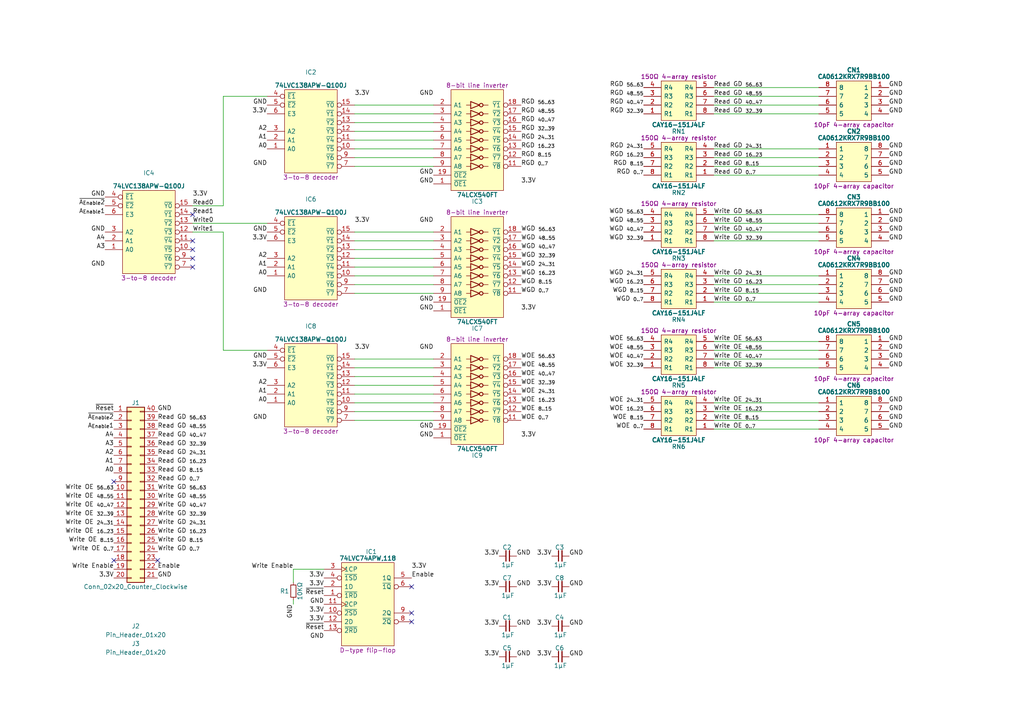
<source format=kicad_sch>
(kicad_sch (version 20231120) (generator "eeschema") (generator_version "8.0")
  (paper "A4")
  (title_block (title "GPIO Address Decode") (date "2025-04-25") (rev "V1"))
  (lib_symbols
    (symbol "Bourns:CAY16-151J4LF" (pin_names (offset 0.762))
      (property "Reference" "RN" (at 10.16 5.08 0))
      (property "Value" "CAY16-151J4LF" (at 10.16 3.175 0))
      (property "Description" "150Ω 4-array resistor" (at 10.16 -10.795 0))
      (symbol "CAY16-151J4LF_0_0"
        (pin passive line (at 0 0 0) (length 5.08) (name "R1") (number "1"))
        (pin passive line (at 0 -2.54 0) (length 5.08) (name "R2") (number "2"))
        (pin passive line (at 0 -5.08 0) (length 5.08) (name "R3") (number "3"))
        (pin passive line (at 0 -7.62 0) (length 5.08) (name "R4") (number "4"))
        (pin passive line (at 20.32 -7.62 180) (length 5.08) (name "R4") (number "5"))
        (pin passive line (at 20.32 -5.08 180) (length 5.08) (name "R3") (number "6"))
        (pin passive line (at 20.32 -2.54 180) (length 5.08) (name "R2") (number "7"))
        (pin passive line (at 20.32 0 180) (length 5.08) (name "R1") (number "8"))
      )
      (symbol "CAY16-151J4LF_0_1"
        (polyline (pts (xy 5.08 1.905) (xy 15.24 1.905) (xy 15.24 -9.525) (xy 5.08 -9.525) (xy 5.08 1.905)) (stroke (width 0.1524)) (fill (type background)))
      )
    )
    (symbol "Connector_Generic:Conn_02x20_Counter_Clockwise" (pin_names (offset 1.016) hide)
      (property "Reference" "J" (at 1.27 25.4 0))
      (property "Value" "Conn_02x20_Counter_Clockwise" (at 1.27 -27.94 0))
      (symbol "Conn_02x20_Counter_Clockwise_1_1"
        (rectangle (start -1.27 -25.273) (end 0 -25.527) (stroke (width 0.1524)))
        (rectangle (start -1.27 -22.733) (end 0 -22.987) (stroke (width 0.1524)))
        (rectangle (start -1.27 -20.193) (end 0 -20.447) (stroke (width 0.1524)))
        (rectangle (start -1.27 -17.653) (end 0 -17.907) (stroke (width 0.1524)))
        (rectangle (start -1.27 -15.113) (end 0 -15.367) (stroke (width 0.1524)))
        (rectangle (start -1.27 -12.573) (end 0 -12.827) (stroke (width 0.1524)))
        (rectangle (start -1.27 -10.033) (end 0 -10.287) (stroke (width 0.1524)))
        (rectangle (start -1.27 -7.493) (end 0 -7.747) (stroke (width 0.1524)))
        (rectangle (start -1.27 -4.953) (end 0 -5.207) (stroke (width 0.1524)))
        (rectangle (start -1.27 -2.413) (end 0 -2.667) (stroke (width 0.1524)))
        (rectangle (start -1.27 0.127) (end 0 -0.127) (stroke (width 0.1524)))
        (rectangle (start -1.27 2.667) (end 0 2.413) (stroke (width 0.1524)))
        (rectangle (start -1.27 5.207) (end 0 4.953) (stroke (width 0.1524)))
        (rectangle (start -1.27 7.747) (end 0 7.493) (stroke (width 0.1524)))
        (rectangle (start -1.27 10.287) (end 0 10.033) (stroke (width 0.1524)))
        (rectangle (start -1.27 12.827) (end 0 12.573) (stroke (width 0.1524)))
        (rectangle (start -1.27 15.367) (end 0 15.113) (stroke (width 0.1524)))
        (rectangle (start -1.27 17.907) (end 0 17.653) (stroke (width 0.1524)))
        (rectangle (start -1.27 20.447) (end 0 20.193) (stroke (width 0.1524)))
        (rectangle (start -1.27 22.987) (end 0 22.733) (stroke (width 0.1524)))
        (rectangle (start -1.27 24.13) (end 3.81 -26.67) (stroke (width 0.254)) (fill (type background)))
        (rectangle (start 3.81 -25.273) (end 2.54 -25.527) (stroke (width 0.1524)))
        (rectangle (start 3.81 -22.733) (end 2.54 -22.987) (stroke (width 0.1524)))
        (rectangle (start 3.81 -20.193) (end 2.54 -20.447) (stroke (width 0.1524)))
        (rectangle (start 3.81 -17.653) (end 2.54 -17.907) (stroke (width 0.1524)))
        (rectangle (start 3.81 -15.113) (end 2.54 -15.367) (stroke (width 0.1524)))
        (rectangle (start 3.81 -12.573) (end 2.54 -12.827) (stroke (width 0.1524)))
        (rectangle (start 3.81 -10.033) (end 2.54 -10.287) (stroke (width 0.1524)))
        (rectangle (start 3.81 -7.493) (end 2.54 -7.747) (stroke (width 0.1524)))
        (rectangle (start 3.81 -4.953) (end 2.54 -5.207) (stroke (width 0.1524)))
        (rectangle (start 3.81 -2.413) (end 2.54 -2.667) (stroke (width 0.1524)))
        (rectangle (start 3.81 0.127) (end 2.54 -0.127) (stroke (width 0.1524)))
        (rectangle (start 3.81 2.667) (end 2.54 2.413) (stroke (width 0.1524)))
        (rectangle (start 3.81 5.207) (end 2.54 4.953) (stroke (width 0.1524)))
        (rectangle (start 3.81 7.747) (end 2.54 7.493) (stroke (width 0.1524)))
        (rectangle (start 3.81 10.287) (end 2.54 10.033) (stroke (width 0.1524)))
        (rectangle (start 3.81 12.827) (end 2.54 12.573) (stroke (width 0.1524)))
        (rectangle (start 3.81 15.367) (end 2.54 15.113) (stroke (width 0.1524)))
        (rectangle (start 3.81 17.907) (end 2.54 17.653) (stroke (width 0.1524)))
        (rectangle (start 3.81 20.447) (end 2.54 20.193) (stroke (width 0.1524)))
        (rectangle (start 3.81 22.987) (end 2.54 22.733) (stroke (width 0.1524)))
        (pin passive line (at -5.08 22.86 0) (length 3.81) (name "Pin_1") (number "1"))
        (pin passive line (at -5.08 0 0) (length 3.81) (name "Pin_10") (number "10"))
        (pin passive line (at -5.08 -2.54 0) (length 3.81) (name "Pin_11") (number "11"))
        (pin passive line (at -5.08 -5.08 0) (length 3.81) (name "Pin_12") (number "12"))
        (pin passive line (at -5.08 -7.62 0) (length 3.81) (name "Pin_13") (number "13"))
        (pin passive line (at -5.08 -10.16 0) (length 3.81) (name "Pin_14") (number "14"))
        (pin passive line (at -5.08 -12.7 0) (length 3.81) (name "Pin_15") (number "15"))
        (pin passive line (at -5.08 -15.24 0) (length 3.81) (name "Pin_16") (number "16"))
        (pin passive line (at -5.08 -17.78 0) (length 3.81) (name "Pin_17") (number "17"))
        (pin passive line (at -5.08 -20.32 0) (length 3.81) (name "Pin_18") (number "18"))
        (pin passive line (at -5.08 -22.86 0) (length 3.81) (name "Pin_19") (number "19"))
        (pin passive line (at -5.08 20.32 0) (length 3.81) (name "Pin_2") (number "2"))
        (pin passive line (at -5.08 -25.4 0) (length 3.81) (name "Pin_20") (number "20"))
        (pin passive line (at 7.62 -25.4 180) (length 3.81) (name "Pin_21") (number "21"))
        (pin passive line (at 7.62 -22.86 180) (length 3.81) (name "Pin_22") (number "22"))
        (pin passive line (at 7.62 -20.32 180) (length 3.81) (name "Pin_23") (number "23"))
        (pin passive line (at 7.62 -17.78 180) (length 3.81) (name "Pin_24") (number "24"))
        (pin passive line (at 7.62 -15.24 180) (length 3.81) (name "Pin_25") (number "25"))
        (pin passive line (at 7.62 -12.7 180) (length 3.81) (name "Pin_26") (number "26"))
        (pin passive line (at 7.62 -10.16 180) (length 3.81) (name "Pin_27") (number "27"))
        (pin passive line (at 7.62 -7.62 180) (length 3.81) (name "Pin_28") (number "28"))
        (pin passive line (at 7.62 -5.08 180) (length 3.81) (name "Pin_29") (number "29"))
        (pin passive line (at -5.08 17.78 0) (length 3.81) (name "Pin_3") (number "3"))
        (pin passive line (at 7.62 -2.54 180) (length 3.81) (name "Pin_30") (number "30"))
        (pin passive line (at 7.62 0 180) (length 3.81) (name "Pin_31") (number "31"))
        (pin passive line (at 7.62 2.54 180) (length 3.81) (name "Pin_32") (number "32"))
        (pin passive line (at 7.62 5.08 180) (length 3.81) (name "Pin_33") (number "33"))
        (pin passive line (at 7.62 7.62 180) (length 3.81) (name "Pin_34") (number "34"))
        (pin passive line (at 7.62 10.16 180) (length 3.81) (name "Pin_35") (number "35"))
        (pin passive line (at 7.62 12.7 180) (length 3.81) (name "Pin_36") (number "36"))
        (pin passive line (at 7.62 15.24 180) (length 3.81) (name "Pin_37") (number "37"))
        (pin passive line (at 7.62 17.78 180) (length 3.81) (name "Pin_38") (number "38"))
        (pin passive line (at 7.62 20.32 180) (length 3.81) (name "Pin_39") (number "39"))
        (pin passive line (at -5.08 15.24 0) (length 3.81) (name "Pin_4") (number "4"))
        (pin passive line (at 7.62 22.86 180) (length 3.81) (name "Pin_40") (number "40"))
        (pin passive line (at -5.08 12.7 0) (length 3.81) (name "Pin_5") (number "5"))
        (pin passive line (at -5.08 10.16 0) (length 3.81) (name "Pin_6") (number "6"))
        (pin passive line (at -5.08 7.62 0) (length 3.81) (name "Pin_7") (number "7"))
        (pin passive line (at -5.08 5.08 0) (length 3.81) (name "Pin_8") (number "8"))
        (pin passive line (at -5.08 2.54 0) (length 3.81) (name "Pin_9") (number "9"))
      )
    )
    (symbol "HCP65:C_0805" (pin_numbers hide) (pin_names (offset 0.254) hide)
      (property "Reference" "C" (at 2.286 2.54 0))
      (property "Value" "?μF" (at 2.54 -2.54 0))
      (symbol "C_0805_0_1"
        (polyline (pts (xy 1.9685 -1.4605) (xy 1.9685 1.5875)) (stroke (width 0.3048)))
        (polyline (pts (xy 2.9845 -1.4605) (xy 2.9845 1.5875)) (stroke (width 0.3302)))
      )
      (symbol "C_0805_1_1"
        (pin passive line (at 0 0 0) (length 2.032) (name "~") (number "1"))
        (pin passive line (at 5.08 0 180) (length 2.032) (name "~") (number "2"))
      )
    )
    (symbol "HCP65:Pin_Header_01x32" (pin_names (offset 1.016) hide)
      (property "Reference" "J" (at 0 1.27 0))
      (property "Value" "Pin_Header_01x32" (at 0 -1.27 0))
    )
    (symbol "HCP65:R_0805" (pin_numbers hide) (pin_names hide)
      (property "Reference" "R" (at 2.54 1.778 0))
      (property "Value" "?Ω" (at 2.54 -1.905 0))
      (symbol "R_0805_0_1"
        (rectangle (start 0.762 0.762) (end 4.318 -0.762) (stroke (width 0.2032)))
      )
      (symbol "R_0805_1_1"
        (pin passive line (at 0 0 0) (length 0.72) (name "~") (number "1"))
        (pin passive line (at 5.08 0 180) (length 0.72) (name "~") (number "2"))
      )
    )
    (symbol "Nexperia:74LVC138APW-Q100J" (pin_names (offset 0.762))
      (property "Reference" "IC" (at 12.7 3.175 0))
      (property "Value" "74LVC138APW-Q100J" (at 12.7 1.27 0))
      (property "Description" "3-to-8 decoder" (at 12.7 -25.4 0))
      (symbol "74LVC138APW-Q100J_0_0"
        (pin input line (at 0 -17.145 0) (length 5.08) (name "A0") (number "1"))
        (pin output inverted (at 25.4 -17.145 180) (length 5.08) (name "~{Y5}") (number "10"))
        (pin output inverted (at 25.4 -14.605 180) (length 5.08) (name "~{Y4}") (number "11"))
        (pin output inverted (at 25.4 -12.065 180) (length 5.08) (name "~{Y3}") (number "12"))
        (pin output inverted (at 25.4 -9.525 180) (length 5.08) (name "~{Y2}") (number "13"))
        (pin output inverted (at 25.4 -6.985 180) (length 5.08) (name "~{Y1}") (number "14"))
        (pin output inverted (at 25.4 -4.445 180) (length 5.08) (name "~{Y0}") (number "15"))
        (pin passive line (at 25.4 -1.905 180) (length 5.08) hide (name "3V") (number "16"))
        (pin input line (at 0 -14.605 0) (length 5.08) (name "A1") (number "2"))
        (pin input line (at 0 -12.065 0) (length 5.08) (name "A2") (number "3"))
        (pin input line (at 0 -6.985 0) (length 5.08) (name "E3") (number "6"))
        (pin output inverted (at 25.4 -22.225 180) (length 5.08) (name "~{Y7}") (number "7"))
        (pin passive line (at 0 -22.225 0) (length 5.08) hide (name "GND") (number "8"))
        (pin output inverted (at 25.4 -19.685 180) (length 5.08) (name "~{Y6}") (number "9"))
      )
      (symbol "74LVC138APW-Q100J_0_1"
        (polyline (pts (xy 5.08 0) (xy 20.32 0) (xy 20.32 -24.13) (xy 5.08 -24.13) (xy 5.08 0)) (stroke (width 0.1524)) (fill (type background)))
      )
      (symbol "74LVC138APW-Q100J_1_0"
        (pin input inverted (at 0 -1.905 0) (length 5.08) (name "~{E1}") (number "4"))
        (pin input inverted (at 0 -4.445 0) (length 5.08) (name "~{E2}") (number "5"))
      )
    )
    (symbol "Nexperia:74LVC74APW,118" (pin_names (offset 0.762))
      (property "Reference" "IC" (at 12.065 5.08 0))
      (property "Value" "74LVC74APW,118" (at 12.7 3.175 0))
      (property "Description" "D-type flip-flop" (at 12.7 -23.495 0))
      (symbol "74LVC74APW,118_0_0"
        (pin input inverted (at 0 -7.62 0) (length 5.08) (name "~{1RD}") (number "1"))
        (pin input inverted (at 0 -12.7 0) (length 5.08) (name "~{2SD}") (number "10"))
        (pin input clock (at 0 -10.16 0) (length 5.08) (name "2CP") (number "11"))
        (pin input line (at 0 -15.24 0) (length 5.08) (name "2D") (number "12"))
        (pin input inverted (at 0 -17.78 0) (length 5.08) (name "~{2RD}") (number "13"))
        (pin passive line (at 25.4 0 180) (length 5.08) hide (name "3V") (number "14"))
        (pin input line (at 0 -5.08 0) (length 5.08) (name "1D") (number "2"))
        (pin input clock (at 0 0 0) (length 5.08) (name "1CP") (number "3"))
        (pin input inverted (at 0 -2.54 0) (length 5.08) (name "~{1SD}") (number "4"))
        (pin output line (at 25.4 -2.54 180) (length 5.08) (name "1Q") (number "5"))
        (pin output inverted (at 25.4 -5.08 180) (length 5.08) (name "~{1Q}") (number "6"))
        (pin passive line (at 0 -20.32 0) (length 5.08) hide (name "GND") (number "7"))
        (pin output inverted (at 25.4 -15.24 180) (length 5.08) (name "~{2Q}") (number "8"))
        (pin output line (at 25.4 -12.7 180) (length 5.08) (name "2Q") (number "9"))
      )
      (symbol "74LVC74APW,118_0_1"
        (polyline (pts (xy 5.08 1.905) (xy 20.32 1.905) (xy 20.32 -22.225) (xy 5.08 -22.225) (xy 5.08 1.905)) (stroke (width 0.1524)) (fill (type background)))
      )
    )
    (symbol "Toshiba:74LCX540FT" (pin_names (offset 0.762))
      (property "Reference" "IC" (at 12.7 5.08 0))
      (property "Value" "74LCX540FT" (at 12.7 3.175 0))
      (property "Description" "8-bit line inverter" (at 12.7 -28.575 0))
      (symbol "74LCX540FT_0_0"
        (pin input line (at 0 0 0) (length 5.08) (name "~{OE1}") (number "1"))
        (pin passive line (at 0 -25.4 0) (length 5.08) hide (name "GND") (number "10"))
        (pin output inverted (at 25.4 -5.08 180) (length 5.08) (name "~{Y8}") (number "11"))
        (pin output inverted (at 25.4 -7.62 180) (length 5.08) (name "~{Y7}") (number "12"))
        (pin output inverted (at 25.4 -10.16 180) (length 5.08) (name "~{Y6}") (number "13"))
        (pin output inverted (at 25.4 -12.7 180) (length 5.08) (name "~{Y5}") (number "14"))
        (pin output inverted (at 25.4 -15.24 180) (length 5.08) (name "~{Y4}") (number "15"))
        (pin output inverted (at 25.4 -17.78 180) (length 5.08) (name "~{Y3}") (number "16"))
        (pin output inverted (at 25.4 -20.32 180) (length 5.08) (name "~{Y2}") (number "17"))
        (pin output inverted (at 25.4 -22.86 180) (length 5.08) (name "~{Y1}") (number "18"))
        (pin input line (at 0 -2.54 0) (length 5.08) (name "~{OE2}") (number "19"))
        (pin input line (at 0 -22.86 0) (length 5.08) (name "A1") (number "2"))
        (pin passive line (at 25.4 0 180) (length 5.08) hide (name "3V") (number "20"))
        (pin input line (at 0 -20.32 0) (length 5.08) (name "A2") (number "3"))
        (pin input line (at 0 -17.78 0) (length 5.08) (name "A3") (number "4"))
        (pin input line (at 0 -15.24 0) (length 5.08) (name "A4") (number "5"))
        (pin input line (at 0 -12.7 0) (length 5.08) (name "A5") (number "6"))
        (pin input line (at 0 -10.16 0) (length 5.08) (name "A6") (number "7"))
        (pin input line (at 0 -7.62 0) (length 5.08) (name "A7") (number "8"))
        (pin input line (at 0 -5.08 0) (length 5.08) (name "A8") (number "9"))
      )
      (symbol "74LCX540FT_0_1"
        (polyline (pts (xy 9.525 -22.86) (xy 10.7949 -22.86)))
        (polyline (pts (xy 9.525 -20.32) (xy 10.7949 -20.32)))
        (polyline (pts (xy 9.525 -17.78) (xy 10.7949 -17.78)))
        (polyline (pts (xy 9.525 -15.24) (xy 10.7949 -15.24)))
        (polyline (pts (xy 9.525 -12.7) (xy 10.7949 -12.7)))
        (polyline (pts (xy 9.525 -10.16) (xy 10.7949 -10.16)))
        (polyline (pts (xy 9.525 -7.62) (xy 10.7949 -7.62)))
        (polyline (pts (xy 9.525 -5.08) (xy 10.7949 -5.08)))
        (polyline (pts (xy 14.351 -22.86) (xy 15.875 -22.86)))
        (polyline (pts (xy 14.351 -20.32) (xy 15.875 -20.32)))
        (polyline (pts (xy 14.351 -17.78) (xy 15.875 -17.78)))
        (polyline (pts (xy 14.351 -15.24) (xy 15.875 -15.24)))
        (polyline (pts (xy 14.351 -12.7) (xy 15.875 -12.7)))
        (polyline (pts (xy 14.351 -10.16) (xy 15.875 -10.16)))
        (polyline (pts (xy 14.351 -7.62) (xy 15.875 -7.62)))
        (polyline (pts (xy 14.351 -5.08) (xy 15.875 -5.08)))
        (polyline (pts (xy 10.795 -23.876) (xy 13.335 -22.86) (xy 10.795 -21.844)) (stroke (width 0.254)))
        (polyline (pts (xy 10.795 -21.336) (xy 13.335 -20.32) (xy 10.795 -19.304)) (stroke (width 0.254)))
        (polyline (pts (xy 10.795 -18.796) (xy 13.335 -17.78) (xy 10.795 -16.764)) (stroke (width 0.254)))
        (polyline (pts (xy 10.795 -16.256) (xy 13.335 -15.24) (xy 10.795 -14.224)) (stroke (width 0.254)))
        (polyline (pts (xy 10.795 -13.716) (xy 13.335 -12.7) (xy 10.795 -11.684)) (stroke (width 0.254)))
        (polyline (pts (xy 10.795 -11.176) (xy 13.335 -10.16) (xy 10.795 -9.144)) (stroke (width 0.254)))
        (polyline (pts (xy 10.795 -8.636) (xy 13.335 -7.62) (xy 10.795 -6.604)) (stroke (width 0.254)))
        (polyline (pts (xy 10.795 -6.096) (xy 13.335 -5.08) (xy 10.795 -4.064)) (stroke (width 0.254)))
        (polyline (pts (xy 5.08 1.905) (xy 20.32 1.905) (xy 20.32 -27.305) (xy 5.08 -27.305) (xy 5.08 1.905)) (stroke (width 0.1524)) (fill (type background)))
        (rectangle (start 10.795 -21.844) (end 10.795 -23.876) (stroke (width 0.254)) (fill (type background)))
        (rectangle (start 10.795 -19.304) (end 10.795 -21.336) (stroke (width 0.254)) (fill (type background)))
        (rectangle (start 10.795 -16.764) (end 10.795 -18.796) (stroke (width 0.254)) (fill (type background)))
        (rectangle (start 10.795 -14.224) (end 10.795 -16.256) (stroke (width 0.254)) (fill (type background)))
        (rectangle (start 10.795 -11.684) (end 10.795 -13.716) (stroke (width 0.254)) (fill (type background)))
        (rectangle (start 10.795 -9.144) (end 10.795 -11.176) (stroke (width 0.254)) (fill (type background)))
        (rectangle (start 10.795 -6.604) (end 10.795 -8.636) (stroke (width 0.254)) (fill (type background)))
        (rectangle (start 10.795 -4.064) (end 10.795 -6.096) (stroke (width 0.254)) (fill (type background)))
        (circle (center 13.843 -22.86) (radius 0.508) (stroke (width 0.254)))
        (circle (center 13.843 -20.32) (radius 0.508) (stroke (width 0.254)))
        (circle (center 13.843 -17.78) (radius 0.508) (stroke (width 0.254)))
        (circle (center 13.843 -15.24) (radius 0.508) (stroke (width 0.254)))
        (circle (center 13.843 -12.7) (radius 0.508) (stroke (width 0.254)))
        (circle (center 13.843 -10.16) (radius 0.508) (stroke (width 0.254)))
        (circle (center 13.843 -7.62) (radius 0.508) (stroke (width 0.254)))
        (circle (center 13.843 -5.08) (radius 0.508) (stroke (width 0.254)))
      )
    )
    (symbol "Yageo:CA0612KRX7R9BB100" (pin_names (offset 0.762))
      (property "Reference" "CN" (at 10.16 5.08 0))
      (property "Value" "CA0612KRX7R9BB100" (at 10.16 3.175 0))
      (property "Description" "10pF 4-array capacitor" (at 10.16 -10.795 0))
      (symbol "CA0612KRX7R9BB100_0_0"
        (pin passive line (at 0 0 0) (length 5.08) (name "1") (number "1"))
        (pin passive line (at 0 -2.54 0) (length 5.08) (name "2") (number "2"))
        (pin passive line (at 0 -5.08 0) (length 5.08) (name "3") (number "3"))
        (pin passive line (at 0 -7.62 0) (length 5.08) (name "4") (number "4"))
        (pin passive line (at 20.32 -7.62 180) (length 5.08) (name "5") (number "5"))
        (pin passive line (at 20.32 -5.08 180) (length 5.08) (name "6") (number "6"))
        (pin passive line (at 20.32 -2.54 180) (length 5.08) (name "7") (number "7"))
        (pin passive line (at 20.32 0 180) (length 5.08) (name "8") (number "8"))
      )
      (symbol "CA0612KRX7R9BB100_1_1"
        (polyline (pts (xy 5.08 1.905) (xy 15.24 1.905) (xy 15.24 -9.525) (xy 5.08 -9.525) (xy 5.08 1.905)) (stroke (width 0.1524)) (fill (type background)))
      )
    )
  )
  (no_connect (at 119.38 170.18))
  (no_connect (at 55.88 69.85))
  (no_connect (at 55.88 72.39))
  (no_connect (at 55.88 62.23))
  (no_connect (at 33.02 139.7))
  (no_connect (at 45.72 162.56))
  (no_connect (at 119.38 177.8))
  (no_connect (at 33.02 162.56))
  (no_connect (at 55.88 77.47))
  (no_connect (at 119.38 180.34))
  (no_connect (at 55.88 74.93))
  (wire (pts (xy 102.87 35.56) (xy 125.73 35.56)))
  (wire (pts (xy 207.01 43.18) (xy 237.49 43.18)))
  (wire (pts (xy 64.77 27.94) (xy 64.77 59.69)))
  (wire (pts (xy 102.87 48.26) (xy 125.73 48.26)))
  (wire (pts (xy 102.87 114.3) (xy 125.73 114.3)))
  (wire (pts (xy 102.87 72.39) (xy 125.73 72.39)))
  (wire (pts (xy 207.01 87.63) (xy 237.49 87.63)))
  (wire (pts (xy 102.87 106.68) (xy 125.73 106.68)))
  (wire (pts (xy 102.87 82.55) (xy 125.73 82.55)))
  (wire (pts (xy 102.87 33.02) (xy 125.73 33.02)))
  (wire (pts (xy 207.01 99.06) (xy 237.49 99.06)))
  (wire (pts (xy 207.01 82.55) (xy 237.49 82.55)))
  (wire (pts (xy 207.01 101.6) (xy 237.49 101.6)))
  (wire (pts (xy 207.01 30.48) (xy 237.49 30.48)))
  (wire (pts (xy 85.09 165.1) (xy 93.98 165.1)))
  (wire (pts (xy 207.01 67.31) (xy 237.49 67.31)))
  (wire (pts (xy 102.87 104.14) (xy 125.73 104.14)))
  (wire (pts (xy 55.88 64.77) (xy 77.47 64.77)))
  (wire (pts (xy 85.09 175.26) (xy 85.09 173.99)))
  (wire (pts (xy 207.01 64.77) (xy 237.49 64.77)))
  (wire (pts (xy 102.87 116.84) (xy 125.73 116.84)))
  (wire (pts (xy 77.47 27.94) (xy 64.77 27.94)))
  (wire (pts (xy 77.47 101.6) (xy 64.77 101.6)))
  (wire (pts (xy 207.01 106.68) (xy 237.49 106.68)))
  (wire (pts (xy 102.87 85.09) (xy 125.73 85.09)))
  (wire (pts (xy 207.01 62.23) (xy 237.49 62.23)))
  (wire (pts (xy 102.87 111.76) (xy 125.73 111.76)))
  (wire (pts (xy 207.01 80.01) (xy 237.49 80.01)))
  (wire (pts (xy 102.87 67.31) (xy 125.73 67.31)))
  (wire (pts (xy 207.01 50.8) (xy 237.49 50.8)))
  (wire (pts (xy 102.87 43.18) (xy 125.73 43.18)))
  (wire (pts (xy 207.01 69.85) (xy 237.49 69.85)))
  (wire (pts (xy 207.01 25.4) (xy 237.49 25.4)))
  (wire (pts (xy 102.87 74.93) (xy 125.73 74.93)))
  (wire (pts (xy 207.01 33.02) (xy 237.49 33.02)))
  (wire (pts (xy 207.01 124.46) (xy 237.49 124.46)))
  (wire (pts (xy 64.77 101.6) (xy 64.77 67.31)))
  (wire (pts (xy 102.87 109.22) (xy 125.73 109.22)))
  (wire (pts (xy 102.87 45.72) (xy 125.73 45.72)))
  (wire (pts (xy 102.87 38.1) (xy 125.73 38.1)))
  (wire (pts (xy 207.01 85.09) (xy 237.49 85.09)))
  (wire (pts (xy 102.87 69.85) (xy 125.73 69.85)))
  (wire (pts (xy 102.87 40.64) (xy 125.73 40.64)))
  (wire (pts (xy 207.01 104.14) (xy 237.49 104.14)))
  (wire (pts (xy 102.87 30.48) (xy 125.73 30.48)))
  (wire (pts (xy 64.77 67.31) (xy 55.88 67.31)))
  (wire (pts (xy 207.01 45.72) (xy 237.49 45.72)))
  (wire (pts (xy 64.77 59.69) (xy 55.88 59.69)))
  (wire (pts (xy 207.01 119.38) (xy 237.49 119.38)))
  (wire (pts (xy 207.01 121.92) (xy 237.49 121.92)))
  (wire (pts (xy 102.87 119.38) (xy 125.73 119.38)))
  (wire (pts (xy 102.87 77.47) (xy 125.73 77.47)))
  (wire (pts (xy 207.01 27.94) (xy 237.49 27.94)))
  (wire (pts (xy 102.87 80.01) (xy 125.73 80.01)))
  (wire (pts (xy 102.87 121.92) (xy 125.73 121.92)))
  (wire (pts (xy 85.09 165.1) (xy 85.09 168.91)))
  (wire (pts (xy 207.01 48.26) (xy 237.49 48.26)))
  (wire (pts (xy 207.01 116.84) (xy 237.49 116.84)))
  (label "Read GD _{40..47}" (at 207.01 30.48 0))
  (label "Write GD _{16..23}" (at 45.72 154.94 0))
  (label "3.3V" (at 102.87 27.94 0))
  (label "3.3V" (at 93.98 170.18 180))
  (label "WGD _{32..39}" (at 186.69 69.85 180))
  (label "WOE _{0..7}" (at 151.13 121.92 0))
  (label "Read GD _{16..23}" (at 207.01 45.72 0))
  (label "GND" (at 165.1 161.29 0))
  (label "GND" (at 257.81 27.94 0))
  (label "GND" (at 165.1 181.61 0))
  (label "Write OE _{40..47}" (at 207.01 104.14 0))
  (label "GND" (at 85.09 175.26 270))
  (label "Read GD _{16..23}" (at 45.72 134.62 0))
  (label "GND" (at 149.86 181.61 0))
  (label "Write1" (at 55.88 67.31 0))
  (label "GND" (at 257.81 121.92 0))
  (label "3.3V" (at 160.02 170.18 180))
  (label "Write GD _{16..23}" (at 207.01 82.55 0))
  (label "GND" (at 257.81 101.6 0))
  (label "Write GD _{0..7}" (at 45.72 160.02 0))
  (label "~{A_{Enable}2}" (at 30.48 59.69 180))
  (label "GND" (at 257.81 106.68 0))
  (label "A_{Enable}1" (at 30.48 62.23 180))
  (label "3.3V" (at 93.98 167.64 180))
  (label "WOE _{0..7}" (at 186.69 124.46 180))
  (label "Write OE _{0..7}" (at 33.02 160.02 180))
  (label "A1" (at 77.47 114.3 180))
  (label "Read GD _{0..7}" (at 207.01 50.8 0))
  (label "~{Reset}" (at 93.98 172.72 180))
  (label "WOE _{32..39}" (at 151.13 111.76 0))
  (label "GND" (at 30.48 67.31 180))
  (label "3.3V" (at 151.13 127 0))
  (label "3.3V" (at 55.88 57.15 0))
  (label "Write GD _{0..7}" (at 207.01 87.63 0))
  (label "3.3V" (at 119.38 165.1 0))
  (label "GND" (at 257.81 64.77 0))
  (label "Read GD _{8..15}" (at 207.01 48.26 0))
  (label "Write OE _{56..63}" (at 33.02 142.24 180))
  (label "Write GD _{48..55}" (at 207.01 64.77 0))
  (label "GND" (at 125.73 87.63 180))
  (label "3.3V" (at 33.02 167.64 180))
  (label "Write Enable" (at 33.02 165.1 180))
  (label "Read GD _{32..39}" (at 207.01 33.02 0))
  (label "A1" (at 77.47 77.47 180))
  (label "RGD _{0..7}" (at 186.69 50.8 180))
  (label "Write OE _{24..31}" (at 207.01 116.84 0))
  (label "WGD _{16..23}" (at 151.13 80.01 0))
  (label "Read GD _{24..31}" (at 45.72 132.08 0))
  (label "3.3V" (at 151.13 53.34 0))
  (label "Read GD _{48..55}" (at 207.01 27.94 0))
  (label "GND" (at 77.47 30.48 180))
  (label "A1" (at 77.47 40.64 180))
  (label "~{Reset}" (at 93.98 182.88 180))
  (label "GND" (at 125.73 50.8 180))
  (label "RGD _{40..47}" (at 151.13 35.56 0))
  (label "WOE _{40..47}" (at 186.69 104.14 180))
  (label "WGD _{8..15}" (at 186.69 85.09 180))
  (label "RGD _{56..63}" (at 186.69 25.4 180))
  (label "GND" (at 45.72 167.64 0))
  (label "3.3V" (at 160.02 181.61 180))
  (label "3.3V" (at 77.47 69.85 180))
  (label "3.3V" (at 144.78 181.61 180))
  (label "3.3V" (at 160.02 190.5 180))
  (label "Write OE _{48..55}" (at 33.02 144.78 180))
  (label "RGD _{48..55}" (at 186.69 27.94 180))
  (label "Enable" (at 119.38 167.64 0))
  (label "Write GD _{40..47}" (at 45.72 147.32 0))
  (label "GND" (at 77.47 67.31 180))
  (label "RGD _{24..31}" (at 186.69 43.18 180))
  (label "WOE _{8..15}" (at 186.69 121.92 180))
  (label "GND" (at 165.1 170.18 0))
  (label "GND" (at 77.47 104.14 180))
  (label "Write GD _{32..39}" (at 45.72 149.86 0))
  (label "Write OE _{32..39}" (at 33.02 149.86 180))
  (label "GND" (at 257.81 87.63 0))
  (label "Write OE _{16..23}" (at 33.02 154.94 180))
  (label "RGD _{40..47}" (at 186.69 30.48 180))
  (label "GND" (at 257.81 50.8 0))
  (label "RGD _{24..31}" (at 151.13 40.64 0))
  (label "WOE _{56..63}" (at 186.69 99.06 180))
  (label "GND" (at 257.81 69.85 0))
  (label "Write0" (at 55.88 64.77 0))
  (label "GND" (at 125.73 127 180))
  (label "Enable" (at 45.72 165.1 0))
  (label "Read0" (at 55.88 59.69 0))
  (label "WGD _{48..55}" (at 186.69 64.77 180))
  (label "GND" (at 257.81 85.09 0))
  (label "GND" (at 257.81 48.26 0))
  (label "Read GD _{32..39}" (at 45.72 129.54 0))
  (label "Write GD _{24..31}" (at 45.72 152.4 0))
  (label "Write OE _{16..23}" (at 207.01 119.38 0))
  (label "GND" (at 30.48 77.47 180))
  (label "GND" (at 165.1 190.5 0))
  (label "WGD _{40..47}" (at 151.13 72.39 0))
  (label "Write GD _{56..63}" (at 45.72 142.24 0))
  (label "Write GD _{8..15}" (at 207.01 85.09 0))
  (label "WGD _{24..31}" (at 151.13 77.47 0))
  (label "A_{Enable}1" (at 33.02 124.46 180))
  (label "RGD _{16..23}" (at 151.13 43.18 0))
  (label "Write OE _{56..63}" (at 207.01 99.06 0))
  (label "WGD _{0..7}" (at 151.13 85.09 0))
  (label "GND" (at 257.81 124.46 0))
  (label "Read GD _{56..63}" (at 45.72 121.92 0))
  (label "GND" (at 257.81 116.84 0))
  (label "GND" (at 257.81 104.14 0))
  (label "GND" (at 257.81 45.72 0))
  (label "3.3V" (at 144.78 161.29 180))
  (label "GND" (at 125.73 90.17 180))
  (label "Write OE _{0..7}" (at 207.01 124.46 0))
  (label "Write Enable" (at 85.09 165.1 180))
  (label "GND" (at 257.81 99.06 0))
  (label "~{Reset}" (at 33.02 119.38 180))
  (label "Read GD _{24..31}" (at 207.01 43.18 0))
  (label "WGD _{56..63}" (at 151.13 67.31 0))
  (label "A0" (at 77.47 43.18 180))
  (label "GND" (at 257.81 80.01 0))
  (label "GND" (at 125.73 27.94 180))
  (label "Write GD _{48..55}" (at 45.72 144.78 0))
  (label "3.3V" (at 144.78 190.5 180))
  (label "GND" (at 257.81 30.48 0))
  (label "WGD _{32..39}" (at 151.13 74.93 0))
  (label "GND" (at 149.86 161.29 0))
  (label "RGD _{56..63}" (at 151.13 30.48 0))
  (label "A4" (at 33.02 127 180))
  (label "A4" (at 30.48 69.85 180))
  (label "Write OE _{8..15}" (at 33.02 157.48 180))
  (label "RGD _{8..15}" (at 151.13 45.72 0))
  (label "3.3V" (at 93.98 177.8 180))
  (label "Write GD _{40..47}" (at 207.01 67.31 0))
  (label "WGD _{16..23}" (at 186.69 82.55 180))
  (label "3.3V" (at 93.98 180.34 180))
  (label "WOE _{8..15}" (at 151.13 119.38 0))
  (label "GND" (at 93.98 185.42 180))
  (label "A3" (at 30.48 72.39 180))
  (label "3.3V" (at 151.13 90.17 0))
  (label "Read GD _{0..7}" (at 45.72 139.7 0))
  (label "WOE _{16..23}" (at 151.13 116.84 0))
  (label "GND" (at 257.81 67.31 0))
  (label "WGD _{48..55}" (at 151.13 69.85 0))
  (label "RGD _{32..39}" (at 186.69 33.02 180))
  (label "WGD _{40..47}" (at 186.69 67.31 180))
  (label "RGD _{48..55}" (at 151.13 33.02 0))
  (label "GND" (at 257.81 43.18 0))
  (label "GND" (at 125.73 53.34 180))
  (label "A1" (at 33.02 134.62 180))
  (label "GND" (at 93.98 175.26 180))
  (label "GND" (at 257.81 62.23 0))
  (label "Write OE _{32..39}" (at 207.01 106.68 0))
  (label "Read GD _{56..63}" (at 207.01 25.4 0))
  (label "WOE _{40..47}" (at 151.13 109.22 0))
  (label "WGD _{24..31}" (at 186.69 80.01 180))
  (label "GND" (at 125.73 101.6 180))
  (label "GND" (at 257.81 33.02 0))
  (label "WOE _{56..63}" (at 151.13 104.14 0))
  (label "Read GD _{8..15}" (at 45.72 137.16 0))
  (label "A0" (at 77.47 116.84 180))
  (label "Write OE _{8..15}" (at 207.01 121.92 0))
  (label "WOE _{32..39}" (at 186.69 106.68 180))
  (label "A0" (at 77.47 80.01 180))
  (label "3.3V" (at 160.02 161.29 180))
  (label "Read GD _{40..47}" (at 45.72 127 0))
  (label "WOE _{16..23}" (at 186.69 119.38 180))
  (label "3.3V" (at 144.78 170.18 180))
  (label "A3" (at 33.02 129.54 180))
  (label "WOE _{24..31}" (at 186.69 116.84 180))
  (label "~{A_{Enable}2}" (at 33.02 121.92 180))
  (label "Write OE _{40..47}" (at 33.02 147.32 180))
  (label "GND" (at 30.48 57.15 180))
  (label "GND" (at 257.81 82.55 0))
  (label "Write OE _{48..55}" (at 207.01 101.6 0))
  (label "GND" (at 149.86 170.18 0))
  (label "3.3V" (at 77.47 33.02 180))
  (label "WOE _{48..55}" (at 186.69 101.6 180))
  (label "A0" (at 33.02 137.16 180))
  (label "GND" (at 257.81 119.38 0))
  (label "GND" (at 149.86 190.5 0))
  (label "A2" (at 77.47 74.93 180))
  (label "A2" (at 77.47 38.1 180))
  (label "GND" (at 77.47 48.26 180))
  (label "WOE _{24..31}" (at 151.13 114.3 0))
  (label "Read GD _{48..55}" (at 45.72 124.46 0))
  (label "Write GD _{32..39}" (at 207.01 69.85 0))
  (label "A2" (at 77.47 111.76 180))
  (label "Write GD _{24..31}" (at 207.01 80.01 0))
  (label "Write GD _{56..63}" (at 207.01 62.23 0))
  (label "3.3V" (at 102.87 64.77 0))
  (label "A2" (at 33.02 132.08 180))
  (label "WOE _{48..55}" (at 151.13 106.68 0))
  (label "RGD _{0..7}" (at 151.13 48.26 0))
  (label "RGD _{32..39}" (at 151.13 38.1 0))
  (label "WGD _{0..7}" (at 186.69 87.63 180))
  (label "GND" (at 45.72 119.38 0))
  (label "GND" (at 77.47 85.09 180))
  (label "GND" (at 257.81 25.4 0))
  (label "3.3V" (at 77.47 106.68 180))
  (label "GND" (at 125.73 124.46 180))
  (label "GND" (at 77.47 121.92 180))
  (label "RGD _{8..15}" (at 186.69 48.26 180))
  (label "Write GD _{8..15}" (at 45.72 157.48 0))
  (label "WGD _{56..63}" (at 186.69 62.23 180))
  (label "RGD _{16..23}" (at 186.69 45.72 180))
  (label "GND" (at 125.73 64.77 180))
  (label "Read1" (at 55.88 62.23 0))
  (label "WGD _{8..15}" (at 151.13 82.55 0))
  (label "3.3V" (at 102.87 101.6 0))
  (label "Write OE _{24..31}" (at 33.02 152.4 180))
  (symbol (lib_id "HCP65:Pin_Header_01x32") (at 39.37 187.96 0) (unit 1)
    (property "Reference" "J3" (at 39.37 186.69 0))
    (property "Value" "Pin_Header_01x20" (at 39.37 189.23 0))
    (property "Footprint" "SamacSys_Parts:PinHeader_1x20_P2.54mm_Vertical" (effects (hide yes)))
  )
  (symbol (lib_id "Nexperia:74LVC138APW-Q100J") (at 77.47 99.695 0) (unit 1)
    (property "Reference" "IC8" (at 90.17 94.615 0))
    (property "Value" "74LVC138APW-Q100J" (at 90.17 98.425 0) (effects (font (bold yes))))
    (property "Footprint" "SamacSys_Parts:SOP65P640X110-16N" (effects (hide yes)))
    (property "Datasheet" "https://assets.nexperia.com/documents/data-sheet/74LVC138A_Q100.pdf" (effects (hide yes)))
    (property "Description" "3-to-8 decoder" (at 90.17 125.095 0))
    (property "Height" "1.1" (effects (hide yes)))
    (property "Mouser Part Number" "771-74LVC138APWQ100J" (effects (hide yes)))
    (property "Mouser Price/Stock" "https://www.mouser.co.uk/ProductDetail/Nexperia/74LVC138APW-Q100J?qs=fi7yB2oewZnXKE82xo%252BhJQ%3D%3D" (effects (hide yes)))
    (property "Manufacturer_Name" "Nexperia" (effects (hide yes)))
    (property "Manufacturer_Part_Number" "74LVC138APW-Q100J" (effects (hide yes)))
    (property "Silkscreen" "74LVC138" (effects (hide yes)))
  )
  (symbol (lib_id "Nexperia:74LVC74APW,118") (at 93.98 165.1 0) (unit 1)
    (property "Reference" "IC1" (at 106.045 160.02 0) (effects (justify left)))
    (property "Value" "74LVC74APW,118" (at 106.68 161.925 0) (effects (font (bold yes))))
    (property "Footprint" "SamacSys_Parts:SOP65P640X110-14N" (effects (hide yes)))
    (property "Datasheet" "https://assets.nexperia.com/documents/data-sheet/74LVC74A.pdf" (effects (hide yes)))
    (property "Description" "D-type flip-flop" (at 106.68 188.595 0))
    (property "Height" "1.1" (effects (hide yes)))
    (property "Mouser Part Number" "771-74LVC74APW-T" (effects (hide yes)))
    (property "Mouser Price/Stock" "https://www.mouser.co.uk/ProductDetail/Nexperia/74LVC74APW118?qs=me8TqzrmIYVtXwVfet0lzw%3D%3D" (effects (hide yes)))
    (property "Manufacturer_Name" "Nexperia" (effects (hide yes)))
    (property "Manufacturer_Part_Number" "74LVC74APW,118" (effects (hide yes)))
    (property "Silkscreen" "74LVC74" (effects (hide yes)))
    (property "Garbage" "74LVC74A - Dual D-type flip-flop with set and reset; positive-edge trigger@en-us" (effects (hide yes)))
  )
  (symbol (lib_id "Yageo:CA0612KRX7R9BB100") (at 257.81 62.23 0) (mirror y) (unit 1)
    (property "Reference" "CN3" (at 247.65 57.15 0) (effects (font (bold yes))))
    (property "Value" "CA0612KRX7R9BB100" (at 247.65 59.055 0) (effects (font (bold yes))))
    (property "Footprint" "SamacSys_Parts:CA0612KRX7R9BB100" (effects (hide yes)))
    (property "Datasheet" "https://componentsearchengine.com/Datasheets/1/CA0612KRX7R9BB102.pdf" (effects (hide yes)))
    (property "Description" "10pF 4-array capacitor" (at 247.65 73.025 0))
    (property "Manufacturer_Name" "KEMET" (effects (hide yes)))
    (property "Manufacturer_Part_Number" "CA0612KRX7R9BB102" (effects (hide yes)))
    (property "Mouser Part Number" "603-CA612KRX7R9BB102" (effects (hide yes)))
    (property "Mouser Price/Stock" "https://www.mouser.co.uk/ProductDetail/YAGEO/CA0612KRX7R9BB102?qs=50q%252BZR8McTG8nSzW%2FPfXjQ%3D%3D" (effects (hide yes)))
    (property "Silkscreen" "10pF" (effects (hide yes)))
  )
  (symbol (lib_id "Toshiba:74LCX540FT") (at 125.73 90.17 0) (mirror x) (unit 1)
    (property "Reference" "IC7" (at 138.43 95.25 0))
    (property "Value" "74LCX540FT" (at 138.43 93.345 0) (effects (font (bold yes))))
    (property "Footprint" "SamacSys_Parts:SOP65P640X120-20N" (effects (hide yes)))
    (property "Datasheet" "https://www.mouser.co.za/datasheet/2/408/74LCX540FT_datasheet_en_20140624-2936694.pdf" (effects (hide yes)))
    (property "Description" "8-bit line inverter" (at 138.43 61.595 0))
    (property "Height" "1.2" (effects (hide yes)))
    (property "Manufacturer_Name" "Toshiba" (effects (hide yes)))
    (property "Manufacturer_Part_Number" "74LCX540FT" (effects (hide yes)))
    (property "Mouser Part Number" "757-74LCX540FT" (effects (hide yes)))
    (property "Mouser Price/Stock" "https://www.mouser.co.uk/ProductDetail/Toshiba/74LCX540FT?qs=j%252B1pi9TdxUZ5WRQP9dEtMg%3D%3D" (effects (hide yes)))
    (property "Arrow Part Number" "74LCX540FT" (effects (hide yes)))
    (property "Arrow Price/Stock" "https://www.arrow.com/en/products/74lcx540ft/toshiba" (effects (hide yes)))
    (property "Silkscreen" "74LCX540" (effects (hide yes)))
    (property "Garbage" "Buffers & Line Drivers LCX TSSOP 20 CMOS LOGIC" (effects (hide yes)))
  )
  (symbol (lib_id "HCP65:C_0805") (at 160.02 181.61 0) (unit 1)
    (property "Reference" "C4" (at 162.306 179.07 0))
    (property "Value" "1μF" (at 162.56 184.15 0))
    (property "Footprint" "SamacSys_Parts:C_0805" (effects (hide yes)))
  )
  (symbol (lib_id "Nexperia:74LVC138APW-Q100J") (at 77.47 62.865 0) (unit 1)
    (property "Reference" "IC6" (at 90.17 57.785 0))
    (property "Value" "74LVC138APW-Q100J" (at 90.17 61.595 0) (effects (font (bold yes))))
    (property "Footprint" "SamacSys_Parts:SOP65P640X110-16N" (effects (hide yes)))
    (property "Datasheet" "https://assets.nexperia.com/documents/data-sheet/74LVC138A_Q100.pdf" (effects (hide yes)))
    (property "Description" "3-to-8 decoder" (at 90.17 88.265 0))
    (property "Height" "1.1" (effects (hide yes)))
    (property "Mouser Part Number" "771-74LVC138APWQ100J" (effects (hide yes)))
    (property "Mouser Price/Stock" "https://www.mouser.co.uk/ProductDetail/Nexperia/74LVC138APW-Q100J?qs=fi7yB2oewZnXKE82xo%252BhJQ%3D%3D" (effects (hide yes)))
    (property "Manufacturer_Name" "Nexperia" (effects (hide yes)))
    (property "Manufacturer_Part_Number" "74LVC138APW-Q100J" (effects (hide yes)))
    (property "Silkscreen" "74LVC138" (effects (hide yes)))
  )
  (symbol (lib_id "HCP65:C_0805") (at 144.78 190.5 0) (unit 1)
    (property "Reference" "C5" (at 147.066 187.96 0))
    (property "Value" "1μF" (at 147.32 193.04 0))
    (property "Footprint" "SamacSys_Parts:C_0805" (effects (hide yes)))
  )
  (symbol (lib_id "HCP65:C_0805") (at 160.02 161.29 0) (unit 1)
    (property "Reference" "C3" (at 162.306 158.75 0))
    (property "Value" "1μF" (at 162.56 163.83 0))
    (property "Footprint" "SamacSys_Parts:C_0805" (effects (hide yes)))
  )
  (symbol (lib_id "HCP65:C_0805") (at 160.02 190.5 0) (unit 1)
    (property "Reference" "C6" (at 162.306 187.96 0))
    (property "Value" "1μF" (at 162.56 193.04 0))
    (property "Footprint" "SamacSys_Parts:C_0805" (effects (hide yes)))
  )
  (symbol (lib_id "HCP65:R_0805") (at 85.09 173.99 90) (unit 1)
    (property "Reference" "R1" (at 82.55 171.45 90))
    (property "Value" "10KΩ" (at 86.995 171.45 0))
    (property "Footprint" "SamacSys_Parts:R_0805" (effects (hide yes)))
  )
  (symbol (lib_id "HCP65:C_0805") (at 144.78 161.29 0) (unit 1)
    (property "Reference" "C2" (at 147.066 158.75 0))
    (property "Value" "1μF" (at 147.32 163.83 0))
    (property "Footprint" "SamacSys_Parts:C_0805" (effects (hide yes)))
  )
  (symbol (lib_id "Nexperia:74LVC138APW-Q100J") (at 30.48 55.245 0) (unit 1)
    (property "Reference" "IC4" (at 43.18 50.165 0))
    (property "Value" "74LVC138APW-Q100J" (at 43.18 53.975 0) (effects (font (bold yes))))
    (property "Footprint" "SamacSys_Parts:SOP65P640X110-16N" (effects (hide yes)))
    (property "Datasheet" "https://assets.nexperia.com/documents/data-sheet/74LVC138A_Q100.pdf" (effects (hide yes)))
    (property "Description" "3-to-8 decoder" (at 43.18 80.645 0))
    (property "Height" "1.1" (effects (hide yes)))
    (property "Mouser Part Number" "771-74LVC138APWQ100J" (effects (hide yes)))
    (property "Mouser Price/Stock" "https://www.mouser.co.uk/ProductDetail/Nexperia/74LVC138APW-Q100J?qs=fi7yB2oewZnXKE82xo%252BhJQ%3D%3D" (effects (hide yes)))
    (property "Manufacturer_Name" "Nexperia" (effects (hide yes)))
    (property "Manufacturer_Part_Number" "74LVC138APW-Q100J" (effects (hide yes)))
    (property "Silkscreen" "74LVC138" (effects (hide yes)))
  )
  (symbol (lib_id "Toshiba:74LCX540FT") (at 125.73 127 0) (mirror x) (unit 1)
    (property "Reference" "IC9" (at 138.43 132.08 0))
    (property "Value" "74LCX540FT" (at 138.43 130.175 0) (effects (font (bold yes))))
    (property "Footprint" "SamacSys_Parts:SOP65P640X120-20N" (effects (hide yes)))
    (property "Datasheet" "https://www.mouser.co.za/datasheet/2/408/74LCX540FT_datasheet_en_20140624-2936694.pdf" (effects (hide yes)))
    (property "Description" "8-bit line inverter" (at 138.43 98.425 0))
    (property "Height" "1.2" (effects (hide yes)))
    (property "Manufacturer_Name" "Toshiba" (effects (hide yes)))
    (property "Manufacturer_Part_Number" "74LCX540FT" (effects (hide yes)))
    (property "Mouser Part Number" "757-74LCX540FT" (effects (hide yes)))
    (property "Mouser Price/Stock" "https://www.mouser.co.uk/ProductDetail/Toshiba/74LCX540FT?qs=j%252B1pi9TdxUZ5WRQP9dEtMg%3D%3D" (effects (hide yes)))
    (property "Arrow Part Number" "74LCX540FT" (effects (hide yes)))
    (property "Arrow Price/Stock" "https://www.arrow.com/en/products/74lcx540ft/toshiba" (effects (hide yes)))
    (property "Silkscreen" "74LCX540" (effects (hide yes)))
    (property "Garbage" "Buffers & Line Drivers LCX TSSOP 20 CMOS LOGIC" (effects (hide yes)))
  )
  (symbol (lib_id "Yageo:CA0612KRX7R9BB100") (at 257.81 25.4 0) (mirror y) (unit 1)
    (property "Reference" "CN1" (at 247.65 20.32 0) (effects (font (bold yes))))
    (property "Value" "CA0612KRX7R9BB100" (at 247.65 22.225 0) (effects (font (bold yes))))
    (property "Footprint" "SamacSys_Parts:CA0612KRX7R9BB100" (effects (hide yes)))
    (property "Datasheet" "https://componentsearchengine.com/Datasheets/1/CA0612KRX7R9BB102.pdf" (effects (hide yes)))
    (property "Description" "10pF 4-array capacitor" (at 247.65 36.195 0))
    (property "Manufacturer_Name" "KEMET" (effects (hide yes)))
    (property "Manufacturer_Part_Number" "CA0612KRX7R9BB102" (effects (hide yes)))
    (property "Mouser Part Number" "603-CA612KRX7R9BB102" (effects (hide yes)))
    (property "Mouser Price/Stock" "https://www.mouser.co.uk/ProductDetail/YAGEO/CA0612KRX7R9BB102?qs=50q%252BZR8McTG8nSzW%2FPfXjQ%3D%3D" (effects (hide yes)))
    (property "Silkscreen" "10pF" (effects (hide yes)))
  )
  (symbol (lib_id "Yageo:CA0612KRX7R9BB100") (at 257.81 99.06 0) (mirror y) (unit 1)
    (property "Reference" "CN5" (at 247.65 93.98 0) (effects (font (bold yes))))
    (property "Value" "CA0612KRX7R9BB100" (at 247.65 95.885 0) (effects (font (bold yes))))
    (property "Footprint" "SamacSys_Parts:CA0612KRX7R9BB100" (effects (hide yes)))
    (property "Datasheet" "https://componentsearchengine.com/Datasheets/1/CA0612KRX7R9BB102.pdf" (effects (hide yes)))
    (property "Description" "10pF 4-array capacitor" (at 247.65 109.855 0))
    (property "Manufacturer_Name" "KEMET" (effects (hide yes)))
    (property "Manufacturer_Part_Number" "CA0612KRX7R9BB102" (effects (hide yes)))
    (property "Mouser Part Number" "603-CA612KRX7R9BB102" (effects (hide yes)))
    (property "Mouser Price/Stock" "https://www.mouser.co.uk/ProductDetail/YAGEO/CA0612KRX7R9BB102?qs=50q%252BZR8McTG8nSzW%2FPfXjQ%3D%3D" (effects (hide yes)))
    (property "Silkscreen" "10pF" (effects (hide yes)))
  )
  (symbol (lib_id "Connector_Generic:Conn_02x20_Counter_Clockwise") (at 38.1 142.24 0) (unit 1)
    (property "Reference" "J1" (at 39.37 116.84 0))
    (property "Value" "Conn_02x20_Counter_Clockwise" (at 39.37 170.18 0))
    (property "Footprint" "SamacSys_Parts:DIP-40_Board_W22.86mm" (effects (hide yes)))
    (property "Description" "Generic connector, double row, 02x20, counter clockwise pin numbering scheme (similar to DIP package numbering), script generated (kicad-library-utils/schlib/autogen/connector/)" (effects (hide yes)))
  )
  (symbol (lib_id "HCP65:C_0805") (at 144.78 181.61 0) (unit 1)
    (property "Reference" "C1" (at 147.066 179.07 0))
    (property "Value" "1μF" (at 147.32 184.15 0))
    (property "Footprint" "SamacSys_Parts:C_0805" (effects (hide yes)))
  )
  (symbol (lib_id "Bourns:CAY16-151J4LF") (at 207.01 50.8 180) (unit 1)
    (property "Reference" "RN2" (at 196.85 55.88 0))
    (property "Value" "CAY16-151J4LF" (at 196.85 53.975 0) (effects (font (bold yes))))
    (property "Footprint" "SamacSys_Parts:CAY16-J4" (effects (hide yes)))
    (property "Datasheet" "https://datasheet.datasheetarchive.com/originals/distributors/SFDatasheet-7/sf-000140092.pdf" (effects (hide yes)))
    (property "Description" "150Ω 4-array resistor" (at 196.85 40.005 0))
    (property "Height" "0.6" (effects (hide yes)))
    (property "Manufacturer_Name" "Bourns" (effects (hide yes)))
    (property "Manufacturer_Part_Number" "CAY16-151J4LF" (effects (hide yes)))
    (property "Mouser Part Number" "652-CAY16-151J4LF" (effects (hide yes)))
    (property "Mouser Price/Stock" "https://www.mouser.co.uk/ProductDetail/Bourns/CAY16-151J4LF?qs=Qv7qbSW4mEF5GWsPNNp3QA%3D%3D" (effects (hide yes)))
    (property "Arrow Part Number" "CAY16-151J4LF" (effects (hide yes)))
    (property "Arrow Price/Stock" "https://www.arrow.com/en/products/cay16-151j4lf/bourns" (effects (hide yes)))
    (property "Silkscreen" "150Ω" (effects (hide yes)))
    (property "Garbage" "Bourns CAY16 Series 150 +/-5% Isolated SMT Resistor Array, 4 Resistors, 0.25W total 1206 (3216M) package Convex" (effects (hide yes)))
  )
  (symbol (lib_id "Bourns:CAY16-151J4LF") (at 207.01 87.63 180) (unit 1)
    (property "Reference" "RN4" (at 196.85 92.71 0))
    (property "Value" "CAY16-151J4LF" (at 196.85 90.805 0) (effects (font (bold yes))))
    (property "Footprint" "SamacSys_Parts:CAY16-J4" (effects (hide yes)))
    (property "Datasheet" "https://datasheet.datasheetarchive.com/originals/distributors/SFDatasheet-7/sf-000140092.pdf" (effects (hide yes)))
    (property "Description" "150Ω 4-array resistor" (at 196.85 76.835 0))
    (property "Height" "0.6" (effects (hide yes)))
    (property "Manufacturer_Name" "Bourns" (effects (hide yes)))
    (property "Manufacturer_Part_Number" "CAY16-151J4LF" (effects (hide yes)))
    (property "Mouser Part Number" "652-CAY16-151J4LF" (effects (hide yes)))
    (property "Mouser Price/Stock" "https://www.mouser.co.uk/ProductDetail/Bourns/CAY16-151J4LF?qs=Qv7qbSW4mEF5GWsPNNp3QA%3D%3D" (effects (hide yes)))
    (property "Arrow Part Number" "CAY16-151J4LF" (effects (hide yes)))
    (property "Arrow Price/Stock" "https://www.arrow.com/en/products/cay16-151j4lf/bourns" (effects (hide yes)))
    (property "Silkscreen" "150Ω" (effects (hide yes)))
    (property "Garbage" "Bourns CAY16 Series 150 +/-5% Isolated SMT Resistor Array, 4 Resistors, 0.25W total 1206 (3216M) package Convex" (effects (hide yes)))
  )
  (symbol (lib_id "HCP65:C_0805") (at 160.02 170.18 0) (unit 1)
    (property "Reference" "C8" (at 162.306 167.64 0))
    (property "Value" "1μF" (at 162.56 172.72 0))
    (property "Footprint" "SamacSys_Parts:C_0805" (effects (hide yes)))
  )
  (symbol (lib_id "Yageo:CA0612KRX7R9BB100") (at 237.49 116.84 0) (unit 1)
    (property "Reference" "CN6" (at 247.65 111.76 0) (effects (font (bold yes))))
    (property "Value" "CA0612KRX7R9BB100" (at 247.65 113.665 0) (effects (font (bold yes))))
    (property "Footprint" "SamacSys_Parts:CA0612KRX7R9BB100" (effects (hide yes)))
    (property "Datasheet" "https://componentsearchengine.com/Datasheets/1/CA0612KRX7R9BB102.pdf" (effects (hide yes)))
    (property "Description" "10pF 4-array capacitor" (at 247.65 127.635 0))
    (property "Manufacturer_Name" "KEMET" (effects (hide yes)))
    (property "Manufacturer_Part_Number" "CA0612KRX7R9BB102" (effects (hide yes)))
    (property "Mouser Part Number" "603-CA612KRX7R9BB102" (effects (hide yes)))
    (property "Mouser Price/Stock" "https://www.mouser.co.uk/ProductDetail/YAGEO/CA0612KRX7R9BB102?qs=50q%252BZR8McTG8nSzW%2FPfXjQ%3D%3D" (effects (hide yes)))
    (property "Silkscreen" "10pF" (effects (hide yes)))
  )
  (symbol (lib_id "HCP65:Pin_Header_01x32") (at 39.37 182.88 0) (mirror y) (unit 1)
    (property "Reference" "J2" (at 39.37 181.61 0))
    (property "Value" "Pin_Header_01x20" (at 39.37 184.15 0))
    (property "Footprint" "SamacSys_Parts:PinHeader_1x20_P2.54mm_Vertical" (effects (hide yes)))
  )
  (symbol (lib_id "Bourns:CAY16-151J4LF") (at 186.69 106.68 0) (mirror x) (unit 1)
    (property "Reference" "RN5" (at 196.85 111.76 0))
    (property "Value" "CAY16-151J4LF" (at 196.85 109.855 0) (effects (font (bold yes))))
    (property "Footprint" "SamacSys_Parts:CAY16-J4" (effects (hide yes)))
    (property "Datasheet" "https://datasheet.datasheetarchive.com/originals/distributors/SFDatasheet-7/sf-000140092.pdf" (effects (hide yes)))
    (property "Description" "150Ω 4-array resistor" (at 196.85 95.885 0))
    (property "Height" "0.6" (effects (hide yes)))
    (property "Manufacturer_Name" "Bourns" (effects (hide yes)))
    (property "Manufacturer_Part_Number" "CAY16-151J4LF" (effects (hide yes)))
    (property "Mouser Part Number" "652-CAY16-151J4LF" (effects (hide yes)))
    (property "Mouser Price/Stock" "https://www.mouser.co.uk/ProductDetail/Bourns/CAY16-151J4LF?qs=Qv7qbSW4mEF5GWsPNNp3QA%3D%3D" (effects (hide yes)))
    (property "Arrow Part Number" "CAY16-151J4LF" (effects (hide yes)))
    (property "Arrow Price/Stock" "https://www.arrow.com/en/products/cay16-151j4lf/bourns" (effects (hide yes)))
    (property "Silkscreen" "150Ω" (effects (hide yes)))
    (property "Garbage" "Bourns CAY16 Series 150 +/-5% Isolated SMT Resistor Array, 4 Resistors, 0.25W total 1206 (3216M) package Convex" (effects (hide yes)))
  )
  (symbol (lib_id "Bourns:CAY16-151J4LF") (at 207.01 124.46 180) (unit 1)
    (property "Reference" "RN6" (at 196.85 129.54 0))
    (property "Value" "CAY16-151J4LF" (at 196.85 127.635 0) (effects (font (bold yes))))
    (property "Footprint" "SamacSys_Parts:CAY16-J4" (effects (hide yes)))
    (property "Datasheet" "https://datasheet.datasheetarchive.com/originals/distributors/SFDatasheet-7/sf-000140092.pdf" (effects (hide yes)))
    (property "Description" "150Ω 4-array resistor" (at 196.85 113.665 0))
    (property "Height" "0.6" (effects (hide yes)))
    (property "Manufacturer_Name" "Bourns" (effects (hide yes)))
    (property "Manufacturer_Part_Number" "CAY16-151J4LF" (effects (hide yes)))
    (property "Mouser Part Number" "652-CAY16-151J4LF" (effects (hide yes)))
    (property "Mouser Price/Stock" "https://www.mouser.co.uk/ProductDetail/Bourns/CAY16-151J4LF?qs=Qv7qbSW4mEF5GWsPNNp3QA%3D%3D" (effects (hide yes)))
    (property "Arrow Part Number" "CAY16-151J4LF" (effects (hide yes)))
    (property "Arrow Price/Stock" "https://www.arrow.com/en/products/cay16-151j4lf/bourns" (effects (hide yes)))
    (property "Silkscreen" "150Ω" (effects (hide yes)))
    (property "Garbage" "Bourns CAY16 Series 150 +/-5% Isolated SMT Resistor Array, 4 Resistors, 0.25W total 1206 (3216M) package Convex" (effects (hide yes)))
  )
  (symbol (lib_id "HCP65:C_0805") (at 144.78 170.18 0) (unit 1)
    (property "Reference" "C7" (at 147.066 167.64 0))
    (property "Value" "1μF" (at 147.32 172.72 0))
    (property "Footprint" "SamacSys_Parts:C_0805" (effects (hide yes)))
  )
  (symbol (lib_id "Bourns:CAY16-151J4LF") (at 186.69 33.02 0) (mirror x) (unit 1)
    (property "Reference" "RN1" (at 196.85 38.1 0))
    (property "Value" "CAY16-151J4LF" (at 196.85 36.195 0) (effects (font (bold yes))))
    (property "Footprint" "SamacSys_Parts:CAY16-J4" (effects (hide yes)))
    (property "Datasheet" "https://datasheet.datasheetarchive.com/originals/distributors/SFDatasheet-7/sf-000140092.pdf" (effects (hide yes)))
    (property "Description" "150Ω 4-array resistor" (at 196.85 22.225 0))
    (property "Height" "0.6" (effects (hide yes)))
    (property "Manufacturer_Name" "Bourns" (effects (hide yes)))
    (property "Manufacturer_Part_Number" "CAY16-151J4LF" (effects (hide yes)))
    (property "Mouser Part Number" "652-CAY16-151J4LF" (effects (hide yes)))
    (property "Mouser Price/Stock" "https://www.mouser.co.uk/ProductDetail/Bourns/CAY16-151J4LF?qs=Qv7qbSW4mEF5GWsPNNp3QA%3D%3D" (effects (hide yes)))
    (property "Arrow Part Number" "CAY16-151J4LF" (effects (hide yes)))
    (property "Arrow Price/Stock" "https://www.arrow.com/en/products/cay16-151j4lf/bourns" (effects (hide yes)))
    (property "Silkscreen" "150Ω" (effects (hide yes)))
    (property "Garbage" "Bourns CAY16 Series 150 +/-5% Isolated SMT Resistor Array, 4 Resistors, 0.25W total 1206 (3216M) package Convex" (effects (hide yes)))
  )
  (symbol (lib_id "Nexperia:74LVC138APW-Q100J") (at 77.47 26.035 0) (unit 1)
    (property "Reference" "IC2" (at 90.17 20.955 0))
    (property "Value" "74LVC138APW-Q100J" (at 90.17 24.765 0) (effects (font (bold yes))))
    (property "Footprint" "SamacSys_Parts:SOP65P640X110-16N" (effects (hide yes)))
    (property "Datasheet" "https://assets.nexperia.com/documents/data-sheet/74LVC138A_Q100.pdf" (effects (hide yes)))
    (property "Description" "3-to-8 decoder" (at 90.17 51.435 0))
    (property "Height" "1.1" (effects (hide yes)))
    (property "Mouser Part Number" "771-74LVC138APWQ100J" (effects (hide yes)))
    (property "Mouser Price/Stock" "https://www.mouser.co.uk/ProductDetail/Nexperia/74LVC138APW-Q100J?qs=fi7yB2oewZnXKE82xo%252BhJQ%3D%3D" (effects (hide yes)))
    (property "Manufacturer_Name" "Nexperia" (effects (hide yes)))
    (property "Manufacturer_Part_Number" "74LVC138APW-Q100J" (effects (hide yes)))
    (property "Silkscreen" "74LVC138" (effects (hide yes)))
  )
  (symbol (lib_id "Bourns:CAY16-151J4LF") (at 186.69 69.85 0) (mirror x) (unit 1)
    (property "Reference" "RN3" (at 196.85 74.93 0))
    (property "Value" "CAY16-151J4LF" (at 196.85 73.025 0) (effects (font (bold yes))))
    (property "Footprint" "SamacSys_Parts:CAY16-J4" (effects (hide yes)))
    (property "Datasheet" "https://datasheet.datasheetarchive.com/originals/distributors/SFDatasheet-7/sf-000140092.pdf" (effects (hide yes)))
    (property "Description" "150Ω 4-array resistor" (at 196.85 59.055 0))
    (property "Height" "0.6" (effects (hide yes)))
    (property "Manufacturer_Name" "Bourns" (effects (hide yes)))
    (property "Manufacturer_Part_Number" "CAY16-151J4LF" (effects (hide yes)))
    (property "Mouser Part Number" "652-CAY16-151J4LF" (effects (hide yes)))
    (property "Mouser Price/Stock" "https://www.mouser.co.uk/ProductDetail/Bourns/CAY16-151J4LF?qs=Qv7qbSW4mEF5GWsPNNp3QA%3D%3D" (effects (hide yes)))
    (property "Arrow Part Number" "CAY16-151J4LF" (effects (hide yes)))
    (property "Arrow Price/Stock" "https://www.arrow.com/en/products/cay16-151j4lf/bourns" (effects (hide yes)))
    (property "Silkscreen" "150Ω" (effects (hide yes)))
    (property "Garbage" "Bourns CAY16 Series 150 +/-5% Isolated SMT Resistor Array, 4 Resistors, 0.25W total 1206 (3216M) package Convex" (effects (hide yes)))
  )
  (symbol (lib_id "Toshiba:74LCX540FT") (at 125.73 53.34 0) (mirror x) (unit 1)
    (property "Reference" "IC3" (at 138.43 58.42 0))
    (property "Value" "74LCX540FT" (at 138.43 56.515 0) (effects (font (bold yes))))
    (property "Footprint" "SamacSys_Parts:SOP65P640X120-20N" (effects (hide yes)))
    (property "Datasheet" "https://www.mouser.co.za/datasheet/2/408/74LCX540FT_datasheet_en_20140624-2936694.pdf" (effects (hide yes)))
    (property "Description" "8-bit line inverter" (at 138.43 24.765 0))
    (property "Height" "1.2" (effects (hide yes)))
    (property "Manufacturer_Name" "Toshiba" (effects (hide yes)))
    (property "Manufacturer_Part_Number" "74LCX540FT" (effects (hide yes)))
    (property "Mouser Part Number" "757-74LCX540FT" (effects (hide yes)))
    (property "Mouser Price/Stock" "https://www.mouser.co.uk/ProductDetail/Toshiba/74LCX540FT?qs=j%252B1pi9TdxUZ5WRQP9dEtMg%3D%3D" (effects (hide yes)))
    (property "Arrow Part Number" "74LCX540FT" (effects (hide yes)))
    (property "Arrow Price/Stock" "https://www.arrow.com/en/products/74lcx540ft/toshiba" (effects (hide yes)))
    (property "Silkscreen" "74LCX540" (effects (hide yes)))
    (property "Garbage" "Buffers & Line Drivers LCX TSSOP 20 CMOS LOGIC" (effects (hide yes)))
  )
  (symbol (lib_id "Yageo:CA0612KRX7R9BB100") (at 237.49 43.18 0) (unit 1)
    (property "Reference" "CN2" (at 247.65 38.1 0) (effects (font (bold yes))))
    (property "Value" "CA0612KRX7R9BB100" (at 247.65 40.005 0) (effects (font (bold yes))))
    (property "Footprint" "SamacSys_Parts:CA0612KRX7R9BB100" (effects (hide yes)))
    (property "Datasheet" "https://componentsearchengine.com/Datasheets/1/CA0612KRX7R9BB102.pdf" (effects (hide yes)))
    (property "Description" "10pF 4-array capacitor" (at 247.65 53.975 0))
    (property "Manufacturer_Name" "KEMET" (effects (hide yes)))
    (property "Manufacturer_Part_Number" "CA0612KRX7R9BB102" (effects (hide yes)))
    (property "Mouser Part Number" "603-CA612KRX7R9BB102" (effects (hide yes)))
    (property "Mouser Price/Stock" "https://www.mouser.co.uk/ProductDetail/YAGEO/CA0612KRX7R9BB102?qs=50q%252BZR8McTG8nSzW%2FPfXjQ%3D%3D" (effects (hide yes)))
    (property "Silkscreen" "10pF" (effects (hide yes)))
  )
  (symbol (lib_id "Yageo:CA0612KRX7R9BB100") (at 237.49 80.01 0) (unit 1)
    (property "Reference" "CN4" (at 247.65 74.93 0) (effects (font (bold yes))))
    (property "Value" "CA0612KRX7R9BB100" (at 247.65 76.835 0) (effects (font (bold yes))))
    (property "Footprint" "SamacSys_Parts:CA0612KRX7R9BB100" (effects (hide yes)))
    (property "Datasheet" "https://componentsearchengine.com/Datasheets/1/CA0612KRX7R9BB102.pdf" (effects (hide yes)))
    (property "Description" "10pF 4-array capacitor" (at 247.65 90.805 0))
    (property "Manufacturer_Name" "KEMET" (effects (hide yes)))
    (property "Manufacturer_Part_Number" "CA0612KRX7R9BB102" (effects (hide yes)))
    (property "Mouser Part Number" "603-CA612KRX7R9BB102" (effects (hide yes)))
    (property "Mouser Price/Stock" "https://www.mouser.co.uk/ProductDetail/YAGEO/CA0612KRX7R9BB102?qs=50q%252BZR8McTG8nSzW%2FPfXjQ%3D%3D" (effects (hide yes)))
    (property "Silkscreen" "10pF" (effects (hide yes)))
  )
)
</source>
